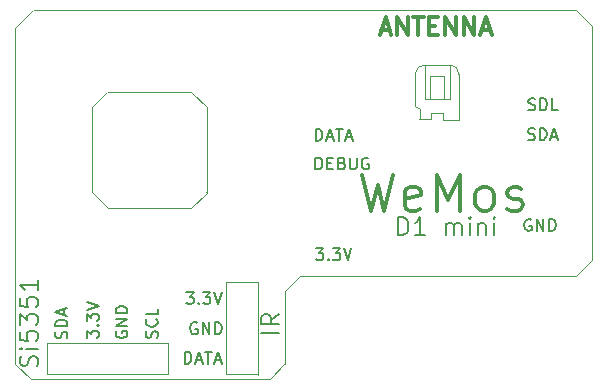
<source format=gto>
G04 #@! TF.FileFunction,Legend,Top*
%FSLAX46Y46*%
G04 Gerber Fmt 4.6, Leading zero omitted, Abs format (unit mm)*
G04 Created by KiCad (PCBNEW 4.0.7) date 08/06/20 13:21:24*
%MOMM*%
%LPD*%
G01*
G04 APERTURE LIST*
%ADD10C,0.100000*%
%ADD11C,0.200000*%
%ADD12C,0.150000*%
%ADD13C,0.300000*%
%ADD14C,0.120000*%
G04 APERTURE END LIST*
D10*
X110650000Y-128175000D02*
X130875000Y-128175000D01*
X158175000Y-98250000D02*
X158175000Y-98275000D01*
X156850000Y-96925000D02*
X158175000Y-98250000D01*
X110900000Y-96925000D02*
X156850000Y-96925000D01*
X109332000Y-126860000D02*
X109332000Y-98475000D01*
X132200000Y-120725000D02*
X132200000Y-126853000D01*
D11*
X131678571Y-124250000D02*
X130178571Y-124250000D01*
X131678571Y-122678571D02*
X130964286Y-123178571D01*
X131678571Y-123535714D02*
X130178571Y-123535714D01*
X130178571Y-122964286D01*
X130250000Y-122821428D01*
X130321429Y-122750000D01*
X130464286Y-122678571D01*
X130678571Y-122678571D01*
X130821429Y-122750000D01*
X130892857Y-122821428D01*
X130964286Y-122964286D01*
X130964286Y-123535714D01*
X111166143Y-127081856D02*
X111237571Y-126867570D01*
X111237571Y-126510427D01*
X111166143Y-126367570D01*
X111094714Y-126296141D01*
X110951857Y-126224713D01*
X110809000Y-126224713D01*
X110666143Y-126296141D01*
X110594714Y-126367570D01*
X110523286Y-126510427D01*
X110451857Y-126796141D01*
X110380429Y-126938999D01*
X110309000Y-127010427D01*
X110166143Y-127081856D01*
X110023286Y-127081856D01*
X109880429Y-127010427D01*
X109809000Y-126938999D01*
X109737571Y-126796141D01*
X109737571Y-126438999D01*
X109809000Y-126224713D01*
X111237571Y-125581856D02*
X110237571Y-125581856D01*
X109737571Y-125581856D02*
X109809000Y-125653285D01*
X109880429Y-125581856D01*
X109809000Y-125510428D01*
X109737571Y-125581856D01*
X109880429Y-125581856D01*
X109737571Y-124153284D02*
X109737571Y-124867570D01*
X110451857Y-124938999D01*
X110380429Y-124867570D01*
X110309000Y-124724713D01*
X110309000Y-124367570D01*
X110380429Y-124224713D01*
X110451857Y-124153284D01*
X110594714Y-124081856D01*
X110951857Y-124081856D01*
X111094714Y-124153284D01*
X111166143Y-124224713D01*
X111237571Y-124367570D01*
X111237571Y-124724713D01*
X111166143Y-124867570D01*
X111094714Y-124938999D01*
X109737571Y-123581856D02*
X109737571Y-122653285D01*
X110309000Y-123153285D01*
X110309000Y-122938999D01*
X110380429Y-122796142D01*
X110451857Y-122724713D01*
X110594714Y-122653285D01*
X110951857Y-122653285D01*
X111094714Y-122724713D01*
X111166143Y-122796142D01*
X111237571Y-122938999D01*
X111237571Y-123367571D01*
X111166143Y-123510428D01*
X111094714Y-123581856D01*
X109737571Y-121296142D02*
X109737571Y-122010428D01*
X110451857Y-122081857D01*
X110380429Y-122010428D01*
X110309000Y-121867571D01*
X110309000Y-121510428D01*
X110380429Y-121367571D01*
X110451857Y-121296142D01*
X110594714Y-121224714D01*
X110951857Y-121224714D01*
X111094714Y-121296142D01*
X111166143Y-121367571D01*
X111237571Y-121510428D01*
X111237571Y-121867571D01*
X111166143Y-122010428D01*
X111094714Y-122081857D01*
X111237571Y-119796143D02*
X111237571Y-120653286D01*
X111237571Y-120224714D02*
X109737571Y-120224714D01*
X109951857Y-120367571D01*
X110094714Y-120510429D01*
X110166143Y-120653286D01*
D12*
X152794524Y-105357762D02*
X152937381Y-105405381D01*
X153175477Y-105405381D01*
X153270715Y-105357762D01*
X153318334Y-105310143D01*
X153365953Y-105214905D01*
X153365953Y-105119667D01*
X153318334Y-105024429D01*
X153270715Y-104976810D01*
X153175477Y-104929190D01*
X152985000Y-104881571D01*
X152889762Y-104833952D01*
X152842143Y-104786333D01*
X152794524Y-104691095D01*
X152794524Y-104595857D01*
X152842143Y-104500619D01*
X152889762Y-104453000D01*
X152985000Y-104405381D01*
X153223096Y-104405381D01*
X153365953Y-104453000D01*
X153794524Y-105405381D02*
X153794524Y-104405381D01*
X154032619Y-104405381D01*
X154175477Y-104453000D01*
X154270715Y-104548238D01*
X154318334Y-104643476D01*
X154365953Y-104833952D01*
X154365953Y-104976810D01*
X154318334Y-105167286D01*
X154270715Y-105262524D01*
X154175477Y-105357762D01*
X154032619Y-105405381D01*
X153794524Y-105405381D01*
X155270715Y-105405381D02*
X154794524Y-105405381D01*
X154794524Y-104405381D01*
X152762714Y-107889762D02*
X152905571Y-107937381D01*
X153143667Y-107937381D01*
X153238905Y-107889762D01*
X153286524Y-107842143D01*
X153334143Y-107746905D01*
X153334143Y-107651667D01*
X153286524Y-107556429D01*
X153238905Y-107508810D01*
X153143667Y-107461190D01*
X152953190Y-107413571D01*
X152857952Y-107365952D01*
X152810333Y-107318333D01*
X152762714Y-107223095D01*
X152762714Y-107127857D01*
X152810333Y-107032619D01*
X152857952Y-106985000D01*
X152953190Y-106937381D01*
X153191286Y-106937381D01*
X153334143Y-106985000D01*
X153762714Y-107937381D02*
X153762714Y-106937381D01*
X154000809Y-106937381D01*
X154143667Y-106985000D01*
X154238905Y-107080238D01*
X154286524Y-107175476D01*
X154334143Y-107365952D01*
X154334143Y-107508810D01*
X154286524Y-107699286D01*
X154238905Y-107794524D01*
X154143667Y-107889762D01*
X154000809Y-107937381D01*
X153762714Y-107937381D01*
X154715095Y-107651667D02*
X155191286Y-107651667D01*
X154619857Y-107937381D02*
X154953190Y-106937381D01*
X155286524Y-107937381D01*
X134786000Y-107985381D02*
X134786000Y-106985381D01*
X135024095Y-106985381D01*
X135166953Y-107033000D01*
X135262191Y-107128238D01*
X135309810Y-107223476D01*
X135357429Y-107413952D01*
X135357429Y-107556810D01*
X135309810Y-107747286D01*
X135262191Y-107842524D01*
X135166953Y-107937762D01*
X135024095Y-107985381D01*
X134786000Y-107985381D01*
X135738381Y-107699667D02*
X136214572Y-107699667D01*
X135643143Y-107985381D02*
X135976476Y-106985381D01*
X136309810Y-107985381D01*
X136500286Y-106985381D02*
X137071715Y-106985381D01*
X136786000Y-107985381D02*
X136786000Y-106985381D01*
X137357429Y-107699667D02*
X137833620Y-107699667D01*
X137262191Y-107985381D02*
X137595524Y-106985381D01*
X137928858Y-107985381D01*
X123700000Y-126852381D02*
X123700000Y-125852381D01*
X123938095Y-125852381D01*
X124080953Y-125900000D01*
X124176191Y-125995238D01*
X124223810Y-126090476D01*
X124271429Y-126280952D01*
X124271429Y-126423810D01*
X124223810Y-126614286D01*
X124176191Y-126709524D01*
X124080953Y-126804762D01*
X123938095Y-126852381D01*
X123700000Y-126852381D01*
X124652381Y-126566667D02*
X125128572Y-126566667D01*
X124557143Y-126852381D02*
X124890476Y-125852381D01*
X125223810Y-126852381D01*
X125414286Y-125852381D02*
X125985715Y-125852381D01*
X125700000Y-126852381D02*
X125700000Y-125852381D01*
X126271429Y-126566667D02*
X126747620Y-126566667D01*
X126176191Y-126852381D02*
X126509524Y-125852381D01*
X126842858Y-126852381D01*
X123823810Y-120802381D02*
X124442858Y-120802381D01*
X124109524Y-121183333D01*
X124252382Y-121183333D01*
X124347620Y-121230952D01*
X124395239Y-121278571D01*
X124442858Y-121373810D01*
X124442858Y-121611905D01*
X124395239Y-121707143D01*
X124347620Y-121754762D01*
X124252382Y-121802381D01*
X123966667Y-121802381D01*
X123871429Y-121754762D01*
X123823810Y-121707143D01*
X124871429Y-121707143D02*
X124919048Y-121754762D01*
X124871429Y-121802381D01*
X124823810Y-121754762D01*
X124871429Y-121707143D01*
X124871429Y-121802381D01*
X125252381Y-120802381D02*
X125871429Y-120802381D01*
X125538095Y-121183333D01*
X125680953Y-121183333D01*
X125776191Y-121230952D01*
X125823810Y-121278571D01*
X125871429Y-121373810D01*
X125871429Y-121611905D01*
X125823810Y-121707143D01*
X125776191Y-121754762D01*
X125680953Y-121802381D01*
X125395238Y-121802381D01*
X125300000Y-121754762D01*
X125252381Y-121707143D01*
X126157143Y-120802381D02*
X126490476Y-121802381D01*
X126823810Y-120802381D01*
X124734096Y-123411000D02*
X124638858Y-123363381D01*
X124496001Y-123363381D01*
X124353143Y-123411000D01*
X124257905Y-123506238D01*
X124210286Y-123601476D01*
X124162667Y-123791952D01*
X124162667Y-123934810D01*
X124210286Y-124125286D01*
X124257905Y-124220524D01*
X124353143Y-124315762D01*
X124496001Y-124363381D01*
X124591239Y-124363381D01*
X124734096Y-124315762D01*
X124781715Y-124268143D01*
X124781715Y-123934810D01*
X124591239Y-123934810D01*
X125210286Y-124363381D02*
X125210286Y-123363381D01*
X125781715Y-124363381D01*
X125781715Y-123363381D01*
X126257905Y-124363381D02*
X126257905Y-123363381D01*
X126496000Y-123363381D01*
X126638858Y-123411000D01*
X126734096Y-123506238D01*
X126781715Y-123601476D01*
X126829334Y-123791952D01*
X126829334Y-123934810D01*
X126781715Y-124125286D01*
X126734096Y-124220524D01*
X126638858Y-124315762D01*
X126496000Y-124363381D01*
X126257905Y-124363381D01*
D10*
X133496000Y-119442000D02*
X132201000Y-120737000D01*
X158176000Y-118118000D02*
X156842000Y-119452000D01*
X158176000Y-98247000D02*
X158176000Y-118118000D01*
X109354000Y-98465000D02*
X110893000Y-96926000D01*
X133500000Y-119452000D02*
X156827000Y-119452000D01*
D12*
X117900000Y-124111904D02*
X117852381Y-124207142D01*
X117852381Y-124349999D01*
X117900000Y-124492857D01*
X117995238Y-124588095D01*
X118090476Y-124635714D01*
X118280952Y-124683333D01*
X118423810Y-124683333D01*
X118614286Y-124635714D01*
X118709524Y-124588095D01*
X118804762Y-124492857D01*
X118852381Y-124349999D01*
X118852381Y-124254761D01*
X118804762Y-124111904D01*
X118757143Y-124064285D01*
X118423810Y-124064285D01*
X118423810Y-124254761D01*
X118852381Y-123635714D02*
X117852381Y-123635714D01*
X118852381Y-123064285D01*
X117852381Y-123064285D01*
X118852381Y-122588095D02*
X117852381Y-122588095D01*
X117852381Y-122350000D01*
X117900000Y-122207142D01*
X117995238Y-122111904D01*
X118090476Y-122064285D01*
X118280952Y-122016666D01*
X118423810Y-122016666D01*
X118614286Y-122064285D01*
X118709524Y-122111904D01*
X118804762Y-122207142D01*
X118852381Y-122350000D01*
X118852381Y-122588095D01*
X115402381Y-124676190D02*
X115402381Y-124057142D01*
X115783333Y-124390476D01*
X115783333Y-124247618D01*
X115830952Y-124152380D01*
X115878571Y-124104761D01*
X115973810Y-124057142D01*
X116211905Y-124057142D01*
X116307143Y-124104761D01*
X116354762Y-124152380D01*
X116402381Y-124247618D01*
X116402381Y-124533333D01*
X116354762Y-124628571D01*
X116307143Y-124676190D01*
X116307143Y-123628571D02*
X116354762Y-123580952D01*
X116402381Y-123628571D01*
X116354762Y-123676190D01*
X116307143Y-123628571D01*
X116402381Y-123628571D01*
X115402381Y-123247619D02*
X115402381Y-122628571D01*
X115783333Y-122961905D01*
X115783333Y-122819047D01*
X115830952Y-122723809D01*
X115878571Y-122676190D01*
X115973810Y-122628571D01*
X116211905Y-122628571D01*
X116307143Y-122676190D01*
X116354762Y-122723809D01*
X116402381Y-122819047D01*
X116402381Y-123104762D01*
X116354762Y-123200000D01*
X116307143Y-123247619D01*
X115402381Y-122342857D02*
X116402381Y-122009524D01*
X115402381Y-121676190D01*
X113704762Y-124714286D02*
X113752381Y-124571429D01*
X113752381Y-124333333D01*
X113704762Y-124238095D01*
X113657143Y-124190476D01*
X113561905Y-124142857D01*
X113466667Y-124142857D01*
X113371429Y-124190476D01*
X113323810Y-124238095D01*
X113276190Y-124333333D01*
X113228571Y-124523810D01*
X113180952Y-124619048D01*
X113133333Y-124666667D01*
X113038095Y-124714286D01*
X112942857Y-124714286D01*
X112847619Y-124666667D01*
X112800000Y-124619048D01*
X112752381Y-124523810D01*
X112752381Y-124285714D01*
X112800000Y-124142857D01*
X113752381Y-123714286D02*
X112752381Y-123714286D01*
X112752381Y-123476191D01*
X112800000Y-123333333D01*
X112895238Y-123238095D01*
X112990476Y-123190476D01*
X113180952Y-123142857D01*
X113323810Y-123142857D01*
X113514286Y-123190476D01*
X113609524Y-123238095D01*
X113704762Y-123333333D01*
X113752381Y-123476191D01*
X113752381Y-123714286D01*
X113466667Y-122761905D02*
X113466667Y-122285714D01*
X113752381Y-122857143D02*
X112752381Y-122523810D01*
X113752381Y-122190476D01*
X121349762Y-124675476D02*
X121397381Y-124532619D01*
X121397381Y-124294523D01*
X121349762Y-124199285D01*
X121302143Y-124151666D01*
X121206905Y-124104047D01*
X121111667Y-124104047D01*
X121016429Y-124151666D01*
X120968810Y-124199285D01*
X120921190Y-124294523D01*
X120873571Y-124485000D01*
X120825952Y-124580238D01*
X120778333Y-124627857D01*
X120683095Y-124675476D01*
X120587857Y-124675476D01*
X120492619Y-124627857D01*
X120445000Y-124580238D01*
X120397381Y-124485000D01*
X120397381Y-124246904D01*
X120445000Y-124104047D01*
X121302143Y-123104047D02*
X121349762Y-123151666D01*
X121397381Y-123294523D01*
X121397381Y-123389761D01*
X121349762Y-123532619D01*
X121254524Y-123627857D01*
X121159286Y-123675476D01*
X120968810Y-123723095D01*
X120825952Y-123723095D01*
X120635476Y-123675476D01*
X120540238Y-123627857D01*
X120445000Y-123532619D01*
X120397381Y-123389761D01*
X120397381Y-123294523D01*
X120445000Y-123151666D01*
X120492619Y-123104047D01*
X121397381Y-122199285D02*
X121397381Y-122675476D01*
X120397381Y-122675476D01*
D13*
X140345857Y-98599000D02*
X141060143Y-98599000D01*
X140203000Y-99027571D02*
X140703000Y-97527571D01*
X141203000Y-99027571D01*
X141703000Y-99027571D02*
X141703000Y-97527571D01*
X142560143Y-99027571D01*
X142560143Y-97527571D01*
X143060143Y-97527571D02*
X143917286Y-97527571D01*
X143488715Y-99027571D02*
X143488715Y-97527571D01*
X144417286Y-98241857D02*
X144917286Y-98241857D01*
X145131572Y-99027571D02*
X144417286Y-99027571D01*
X144417286Y-97527571D01*
X145131572Y-97527571D01*
X145774429Y-99027571D02*
X145774429Y-97527571D01*
X146631572Y-99027571D01*
X146631572Y-97527571D01*
X147345858Y-99027571D02*
X147345858Y-97527571D01*
X148203001Y-99027571D01*
X148203001Y-97527571D01*
X148845858Y-98599000D02*
X149560144Y-98599000D01*
X148703001Y-99027571D02*
X149203001Y-97527571D01*
X149703001Y-99027571D01*
D10*
X117180000Y-113675000D02*
X117180000Y-113645000D01*
X124244000Y-113675000D02*
X117180000Y-113675000D01*
X125555000Y-112365000D02*
X125532000Y-112365000D01*
X125555000Y-105156000D02*
X125555000Y-112365000D01*
X115854000Y-112359000D02*
X115854000Y-105151000D01*
X117165000Y-103823000D02*
X124236000Y-103823000D01*
X109333000Y-126851000D02*
X110643000Y-128161000D01*
X115860000Y-112359000D02*
X117170000Y-113669000D01*
X124252000Y-103845000D02*
X125562000Y-105155000D01*
X132198000Y-126850000D02*
X130903000Y-128145000D01*
X125545000Y-112379000D02*
X124250000Y-113674000D01*
X117158000Y-103830000D02*
X115863000Y-105125000D01*
X144484000Y-102485000D02*
X144484000Y-104456000D01*
X144489000Y-102479000D02*
X145634000Y-102479000D01*
X145634000Y-102479000D02*
X145634000Y-104463000D01*
X144001000Y-101651000D02*
X144001000Y-104473000D01*
X144001000Y-104473000D02*
X146124000Y-104473000D01*
X146124000Y-104473000D02*
X146124000Y-101623000D01*
X145586000Y-106193000D02*
X146922000Y-106193000D01*
X143574000Y-106152000D02*
X144559000Y-106152000D01*
X143989000Y-101584000D02*
X146245000Y-101584000D01*
X146914000Y-102380000D02*
G75*
G03X146218000Y-101582000I-747000J51000D01*
G01*
X143993000Y-101585000D02*
G75*
G03X143217000Y-102317000I-22000J-754000D01*
G01*
X146917000Y-106203000D02*
X146917000Y-102332000D01*
X145586000Y-106186000D02*
X145586000Y-105683000D01*
X145586000Y-105683000D02*
X144553000Y-105683000D01*
X144553000Y-105683000D02*
X144553000Y-106158000D01*
X143581000Y-106150000D02*
X143581000Y-105340000D01*
X143581000Y-105340000D02*
X143218000Y-105089000D01*
X143218000Y-105089000D02*
X143218000Y-102295000D01*
X122246000Y-127779000D02*
X112009000Y-127779000D01*
X112016000Y-125093000D02*
X122280000Y-125105000D01*
D14*
X122265000Y-127771000D02*
X122265000Y-125111000D01*
X112021000Y-127768000D02*
X112021000Y-125108000D01*
D10*
X127226000Y-119916000D02*
X127226000Y-127768000D01*
X129886000Y-127795000D02*
X129886000Y-119908000D01*
D14*
X129881000Y-119922000D02*
X127221000Y-119922000D01*
X129882000Y-127775000D02*
X127222000Y-127775000D01*
D12*
X153024096Y-114684000D02*
X152928858Y-114636381D01*
X152786001Y-114636381D01*
X152643143Y-114684000D01*
X152547905Y-114779238D01*
X152500286Y-114874476D01*
X152452667Y-115064952D01*
X152452667Y-115207810D01*
X152500286Y-115398286D01*
X152547905Y-115493524D01*
X152643143Y-115588762D01*
X152786001Y-115636381D01*
X152881239Y-115636381D01*
X153024096Y-115588762D01*
X153071715Y-115541143D01*
X153071715Y-115207810D01*
X152881239Y-115207810D01*
X153500286Y-115636381D02*
X153500286Y-114636381D01*
X154071715Y-115636381D01*
X154071715Y-114636381D01*
X154547905Y-115636381D02*
X154547905Y-114636381D01*
X154786000Y-114636381D01*
X154928858Y-114684000D01*
X155024096Y-114779238D01*
X155071715Y-114874476D01*
X155119334Y-115064952D01*
X155119334Y-115207810D01*
X155071715Y-115398286D01*
X155024096Y-115493524D01*
X154928858Y-115588762D01*
X154786000Y-115636381D01*
X154547905Y-115636381D01*
X134769905Y-110409381D02*
X134769905Y-109409381D01*
X135008000Y-109409381D01*
X135150858Y-109457000D01*
X135246096Y-109552238D01*
X135293715Y-109647476D01*
X135341334Y-109837952D01*
X135341334Y-109980810D01*
X135293715Y-110171286D01*
X135246096Y-110266524D01*
X135150858Y-110361762D01*
X135008000Y-110409381D01*
X134769905Y-110409381D01*
X135769905Y-109885571D02*
X136103239Y-109885571D01*
X136246096Y-110409381D02*
X135769905Y-110409381D01*
X135769905Y-109409381D01*
X136246096Y-109409381D01*
X137008001Y-109885571D02*
X137150858Y-109933190D01*
X137198477Y-109980810D01*
X137246096Y-110076048D01*
X137246096Y-110218905D01*
X137198477Y-110314143D01*
X137150858Y-110361762D01*
X137055620Y-110409381D01*
X136674667Y-110409381D01*
X136674667Y-109409381D01*
X137008001Y-109409381D01*
X137103239Y-109457000D01*
X137150858Y-109504619D01*
X137198477Y-109599857D01*
X137198477Y-109695095D01*
X137150858Y-109790333D01*
X137103239Y-109837952D01*
X137008001Y-109885571D01*
X136674667Y-109885571D01*
X137674667Y-109409381D02*
X137674667Y-110218905D01*
X137722286Y-110314143D01*
X137769905Y-110361762D01*
X137865143Y-110409381D01*
X138055620Y-110409381D01*
X138150858Y-110361762D01*
X138198477Y-110314143D01*
X138246096Y-110218905D01*
X138246096Y-109409381D01*
X139246096Y-109457000D02*
X139150858Y-109409381D01*
X139008001Y-109409381D01*
X138865143Y-109457000D01*
X138769905Y-109552238D01*
X138722286Y-109647476D01*
X138674667Y-109837952D01*
X138674667Y-109980810D01*
X138722286Y-110171286D01*
X138769905Y-110266524D01*
X138865143Y-110361762D01*
X139008001Y-110409381D01*
X139103239Y-110409381D01*
X139246096Y-110361762D01*
X139293715Y-110314143D01*
X139293715Y-109980810D01*
X139103239Y-109980810D01*
X134812810Y-117094381D02*
X135431858Y-117094381D01*
X135098524Y-117475333D01*
X135241382Y-117475333D01*
X135336620Y-117522952D01*
X135384239Y-117570571D01*
X135431858Y-117665810D01*
X135431858Y-117903905D01*
X135384239Y-117999143D01*
X135336620Y-118046762D01*
X135241382Y-118094381D01*
X134955667Y-118094381D01*
X134860429Y-118046762D01*
X134812810Y-117999143D01*
X135860429Y-117999143D02*
X135908048Y-118046762D01*
X135860429Y-118094381D01*
X135812810Y-118046762D01*
X135860429Y-117999143D01*
X135860429Y-118094381D01*
X136241381Y-117094381D02*
X136860429Y-117094381D01*
X136527095Y-117475333D01*
X136669953Y-117475333D01*
X136765191Y-117522952D01*
X136812810Y-117570571D01*
X136860429Y-117665810D01*
X136860429Y-117903905D01*
X136812810Y-117999143D01*
X136765191Y-118046762D01*
X136669953Y-118094381D01*
X136384238Y-118094381D01*
X136289000Y-118046762D01*
X136241381Y-117999143D01*
X137146143Y-117094381D02*
X137479476Y-118094381D01*
X137812810Y-117094381D01*
D11*
X141775572Y-115986571D02*
X141775572Y-114486571D01*
X142132715Y-114486571D01*
X142347000Y-114558000D01*
X142489858Y-114700857D01*
X142561286Y-114843714D01*
X142632715Y-115129429D01*
X142632715Y-115343714D01*
X142561286Y-115629429D01*
X142489858Y-115772286D01*
X142347000Y-115915143D01*
X142132715Y-115986571D01*
X141775572Y-115986571D01*
X144061286Y-115986571D02*
X143204143Y-115986571D01*
X143632715Y-115986571D02*
X143632715Y-114486571D01*
X143489858Y-114700857D01*
X143347000Y-114843714D01*
X143204143Y-114915143D01*
X145847000Y-115986571D02*
X145847000Y-114986571D01*
X145847000Y-115129429D02*
X145918428Y-115058000D01*
X146061286Y-114986571D01*
X146275571Y-114986571D01*
X146418428Y-115058000D01*
X146489857Y-115200857D01*
X146489857Y-115986571D01*
X146489857Y-115200857D02*
X146561286Y-115058000D01*
X146704143Y-114986571D01*
X146918428Y-114986571D01*
X147061286Y-115058000D01*
X147132714Y-115200857D01*
X147132714Y-115986571D01*
X147847000Y-115986571D02*
X147847000Y-114986571D01*
X147847000Y-114486571D02*
X147775571Y-114558000D01*
X147847000Y-114629429D01*
X147918428Y-114558000D01*
X147847000Y-114486571D01*
X147847000Y-114629429D01*
X148561286Y-114986571D02*
X148561286Y-115986571D01*
X148561286Y-115129429D02*
X148632714Y-115058000D01*
X148775572Y-114986571D01*
X148989857Y-114986571D01*
X149132714Y-115058000D01*
X149204143Y-115200857D01*
X149204143Y-115986571D01*
X149918429Y-115986571D02*
X149918429Y-114986571D01*
X149918429Y-114486571D02*
X149847000Y-114558000D01*
X149918429Y-114629429D01*
X149989857Y-114558000D01*
X149918429Y-114486571D01*
X149918429Y-114629429D01*
D13*
X138737857Y-110899143D02*
X139452143Y-113899143D01*
X140023572Y-111756286D01*
X140595000Y-113899143D01*
X141309286Y-110899143D01*
X143595000Y-113756286D02*
X143309286Y-113899143D01*
X142737857Y-113899143D01*
X142452143Y-113756286D01*
X142309286Y-113470571D01*
X142309286Y-112327714D01*
X142452143Y-112042000D01*
X142737857Y-111899143D01*
X143309286Y-111899143D01*
X143595000Y-112042000D01*
X143737857Y-112327714D01*
X143737857Y-112613429D01*
X142309286Y-112899143D01*
X145023572Y-113899143D02*
X145023572Y-110899143D01*
X146023572Y-113042000D01*
X147023572Y-110899143D01*
X147023572Y-113899143D01*
X148880714Y-113899143D02*
X148595000Y-113756286D01*
X148452143Y-113613429D01*
X148309286Y-113327714D01*
X148309286Y-112470571D01*
X148452143Y-112184857D01*
X148595000Y-112042000D01*
X148880714Y-111899143D01*
X149309286Y-111899143D01*
X149595000Y-112042000D01*
X149737857Y-112184857D01*
X149880714Y-112470571D01*
X149880714Y-113327714D01*
X149737857Y-113613429D01*
X149595000Y-113756286D01*
X149309286Y-113899143D01*
X148880714Y-113899143D01*
X151023572Y-113756286D02*
X151309286Y-113899143D01*
X151880714Y-113899143D01*
X152166429Y-113756286D01*
X152309286Y-113470571D01*
X152309286Y-113327714D01*
X152166429Y-113042000D01*
X151880714Y-112899143D01*
X151452143Y-112899143D01*
X151166429Y-112756286D01*
X151023572Y-112470571D01*
X151023572Y-112327714D01*
X151166429Y-112042000D01*
X151452143Y-111899143D01*
X151880714Y-111899143D01*
X152166429Y-112042000D01*
M02*

</source>
